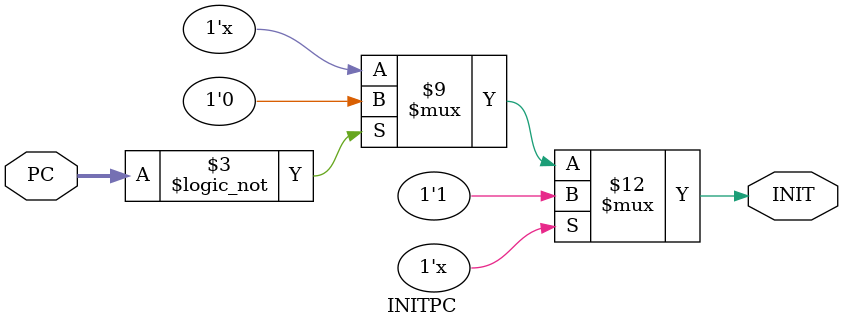
<source format=v>
`timescale 1ns / 1ps


module INITPC(
input [31:0]PC,
output reg INIT
    );
    reg count;
    always@(PC)
    if(count==1)
        INIT<=1;
    else if (PC==0)
    begin
        INIT<=0;
        count<=1;
    end
    
endmodule

</source>
